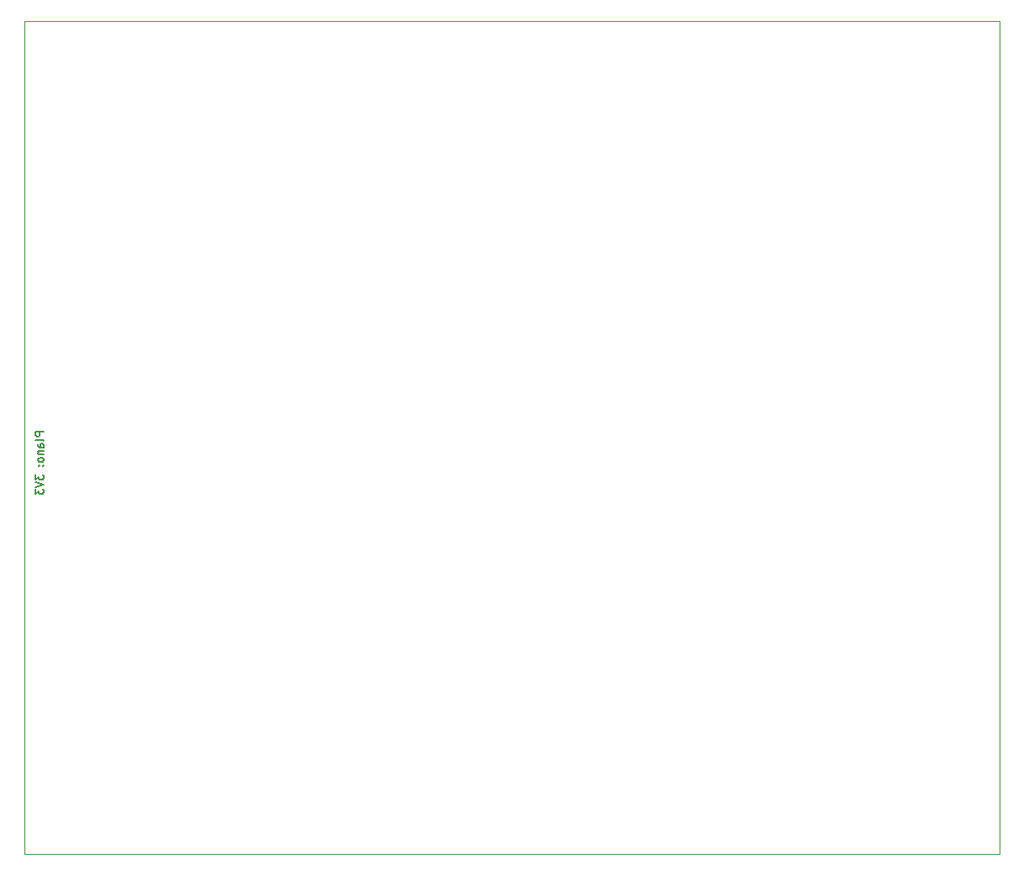
<source format=gbr>
%TF.GenerationSoftware,KiCad,Pcbnew,5.1.6-c6e7f7d~87~ubuntu20.04.1*%
%TF.CreationDate,2020-09-08T10:24:42-03:00*%
%TF.ProjectId,Projeto_placa,50726f6a-6574-46f5-9f70-6c6163612e6b,rev?*%
%TF.SameCoordinates,Original*%
%TF.FileFunction,Legend,Bot*%
%TF.FilePolarity,Positive*%
%FSLAX46Y46*%
G04 Gerber Fmt 4.6, Leading zero omitted, Abs format (unit mm)*
G04 Created by KiCad (PCBNEW 5.1.6-c6e7f7d~87~ubuntu20.04.1) date 2020-09-08 10:24:42*
%MOMM*%
%LPD*%
G01*
G04 APERTURE LIST*
%ADD10C,0.150000*%
%TA.AperFunction,Profile*%
%ADD11C,0.050000*%
%TD*%
G04 APERTURE END LIST*
D10*
X74529904Y-70809238D02*
X73729904Y-70809238D01*
X73729904Y-71114000D01*
X73768000Y-71190190D01*
X73806095Y-71228285D01*
X73882285Y-71266380D01*
X73996571Y-71266380D01*
X74072761Y-71228285D01*
X74110857Y-71190190D01*
X74148952Y-71114000D01*
X74148952Y-70809238D01*
X74529904Y-71723523D02*
X74491809Y-71647333D01*
X74415619Y-71609238D01*
X73729904Y-71609238D01*
X74529904Y-72371142D02*
X74110857Y-72371142D01*
X74034666Y-72333047D01*
X73996571Y-72256857D01*
X73996571Y-72104476D01*
X74034666Y-72028285D01*
X74491809Y-72371142D02*
X74529904Y-72294952D01*
X74529904Y-72104476D01*
X74491809Y-72028285D01*
X74415619Y-71990190D01*
X74339428Y-71990190D01*
X74263238Y-72028285D01*
X74225142Y-72104476D01*
X74225142Y-72294952D01*
X74187047Y-72371142D01*
X73996571Y-72752095D02*
X74529904Y-72752095D01*
X74072761Y-72752095D02*
X74034666Y-72790190D01*
X73996571Y-72866380D01*
X73996571Y-72980666D01*
X74034666Y-73056857D01*
X74110857Y-73094952D01*
X74529904Y-73094952D01*
X74529904Y-73590190D02*
X74491809Y-73514000D01*
X74453714Y-73475904D01*
X74377523Y-73437809D01*
X74148952Y-73437809D01*
X74072761Y-73475904D01*
X74034666Y-73514000D01*
X73996571Y-73590190D01*
X73996571Y-73704476D01*
X74034666Y-73780666D01*
X74072761Y-73818761D01*
X74148952Y-73856857D01*
X74377523Y-73856857D01*
X74453714Y-73818761D01*
X74491809Y-73780666D01*
X74529904Y-73704476D01*
X74529904Y-73590190D01*
X74453714Y-74199714D02*
X74491809Y-74237809D01*
X74529904Y-74199714D01*
X74491809Y-74161619D01*
X74453714Y-74199714D01*
X74529904Y-74199714D01*
X74034666Y-74199714D02*
X74072761Y-74237809D01*
X74110857Y-74199714D01*
X74072761Y-74161619D01*
X74034666Y-74199714D01*
X74110857Y-74199714D01*
X73729904Y-75114000D02*
X73729904Y-75609238D01*
X74034666Y-75342571D01*
X74034666Y-75456857D01*
X74072761Y-75533047D01*
X74110857Y-75571142D01*
X74187047Y-75609238D01*
X74377523Y-75609238D01*
X74453714Y-75571142D01*
X74491809Y-75533047D01*
X74529904Y-75456857D01*
X74529904Y-75228285D01*
X74491809Y-75152095D01*
X74453714Y-75114000D01*
X73729904Y-75837809D02*
X74529904Y-76104476D01*
X73729904Y-76371142D01*
X73729904Y-76561619D02*
X73729904Y-77056857D01*
X74034666Y-76790190D01*
X74034666Y-76904476D01*
X74072761Y-76980666D01*
X74110857Y-77018761D01*
X74187047Y-77056857D01*
X74377523Y-77056857D01*
X74453714Y-77018761D01*
X74491809Y-76980666D01*
X74529904Y-76904476D01*
X74529904Y-76675904D01*
X74491809Y-76599714D01*
X74453714Y-76561619D01*
D11*
X72644000Y-29464000D02*
X72644000Y-113284000D01*
X170688000Y-29464000D02*
X72644000Y-29464000D01*
X170688000Y-113284000D02*
X170688000Y-29464000D01*
X72644000Y-113284000D02*
X170688000Y-113284000D01*
M02*

</source>
